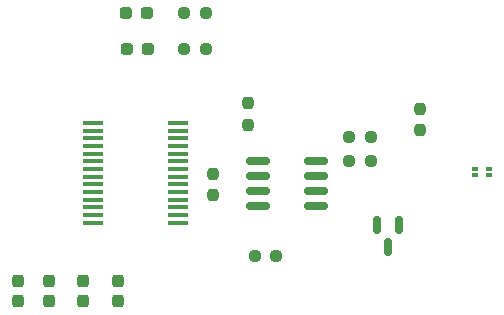
<source format=gbr>
%TF.GenerationSoftware,KiCad,Pcbnew,8.0.1*%
%TF.CreationDate,2024-05-16T00:38:26+09:00*%
%TF.ProjectId,USB-to-RS485-Converter-Small,5553422d-746f-42d5-9253-3438352d436f,1.0*%
%TF.SameCoordinates,Original*%
%TF.FileFunction,Paste,Top*%
%TF.FilePolarity,Positive*%
%FSLAX46Y46*%
G04 Gerber Fmt 4.6, Leading zero omitted, Abs format (unit mm)*
G04 Created by KiCad (PCBNEW 8.0.1) date 2024-05-16 00:38:26*
%MOMM*%
%LPD*%
G01*
G04 APERTURE LIST*
G04 Aperture macros list*
%AMRoundRect*
0 Rectangle with rounded corners*
0 $1 Rounding radius*
0 $2 $3 $4 $5 $6 $7 $8 $9 X,Y pos of 4 corners*
0 Add a 4 corners polygon primitive as box body*
4,1,4,$2,$3,$4,$5,$6,$7,$8,$9,$2,$3,0*
0 Add four circle primitives for the rounded corners*
1,1,$1+$1,$2,$3*
1,1,$1+$1,$4,$5*
1,1,$1+$1,$6,$7*
1,1,$1+$1,$8,$9*
0 Add four rect primitives between the rounded corners*
20,1,$1+$1,$2,$3,$4,$5,0*
20,1,$1+$1,$4,$5,$6,$7,0*
20,1,$1+$1,$6,$7,$8,$9,0*
20,1,$1+$1,$8,$9,$2,$3,0*%
G04 Aperture macros list end*
%ADD10RoundRect,0.150000X-0.825000X-0.150000X0.825000X-0.150000X0.825000X0.150000X-0.825000X0.150000X0*%
%ADD11R,0.500000X0.300000*%
%ADD12RoundRect,0.150000X-0.150000X0.587500X-0.150000X-0.587500X0.150000X-0.587500X0.150000X0.587500X0*%
%ADD13RoundRect,0.237500X-0.237500X0.300000X-0.237500X-0.300000X0.237500X-0.300000X0.237500X0.300000X0*%
%ADD14RoundRect,0.237500X0.237500X-0.250000X0.237500X0.250000X-0.237500X0.250000X-0.237500X-0.250000X0*%
%ADD15RoundRect,0.237500X-0.237500X0.250000X-0.237500X-0.250000X0.237500X-0.250000X0.237500X0.250000X0*%
%ADD16RoundRect,0.237500X0.250000X0.237500X-0.250000X0.237500X-0.250000X-0.237500X0.250000X-0.237500X0*%
%ADD17RoundRect,0.237500X-0.250000X-0.237500X0.250000X-0.237500X0.250000X0.237500X-0.250000X0.237500X0*%
%ADD18RoundRect,0.237500X-0.287500X-0.237500X0.287500X-0.237500X0.287500X0.237500X-0.287500X0.237500X0*%
%ADD19R,1.750000X0.450000*%
G04 APERTURE END LIST*
D10*
%TO.C,U2*%
X147525000Y-99095000D03*
X147525000Y-100365000D03*
X147525000Y-101635000D03*
X147525000Y-102905000D03*
X152475000Y-102905000D03*
X152475000Y-101635000D03*
X152475000Y-100365000D03*
X152475000Y-99095000D03*
%TD*%
D11*
%TO.C,FL1*%
X165888000Y-99725000D03*
X165888000Y-100275000D03*
X167112000Y-100275000D03*
X167112000Y-99725000D03*
%TD*%
D12*
%TO.C,D5*%
X159500000Y-104500000D03*
X157600000Y-104500000D03*
X158550000Y-106375000D03*
%TD*%
D13*
%TO.C,C3*%
X132687500Y-109225000D03*
X132687500Y-110950000D03*
%TD*%
D14*
%TO.C,R4*%
X146687500Y-96000000D03*
X146687500Y-94175000D03*
%TD*%
D15*
%TO.C,R5*%
X143687500Y-100175000D03*
X143687500Y-102000000D03*
%TD*%
D13*
%TO.C,C1*%
X127187500Y-109225000D03*
X127187500Y-110950000D03*
%TD*%
D16*
%TO.C,R2*%
X157100000Y-99087500D03*
X155275000Y-99087500D03*
%TD*%
D17*
%TO.C,R3*%
X147275000Y-107087500D03*
X149100000Y-107087500D03*
%TD*%
D16*
%TO.C,R7*%
X143100000Y-89587500D03*
X141275000Y-89587500D03*
%TD*%
D14*
%TO.C,R6*%
X161275000Y-96500000D03*
X161275000Y-94675000D03*
%TD*%
D18*
%TO.C,D4*%
X136437500Y-89587500D03*
X138187500Y-89587500D03*
%TD*%
D17*
%TO.C,R1*%
X155275000Y-97087500D03*
X157100000Y-97087500D03*
%TD*%
D13*
%TO.C,C4*%
X135687500Y-109225000D03*
X135687500Y-110950000D03*
%TD*%
%TO.C,C2*%
X129825000Y-109225000D03*
X129825000Y-110950000D03*
%TD*%
D18*
%TO.C,D3*%
X136367500Y-86587500D03*
X138117500Y-86587500D03*
%TD*%
D16*
%TO.C,R8*%
X143100000Y-86587500D03*
X141275000Y-86587500D03*
%TD*%
D19*
%TO.C,U1*%
X133587500Y-95862500D03*
X133587500Y-96512500D03*
X133587500Y-97162500D03*
X133587500Y-97812500D03*
X133587500Y-98462500D03*
X133587500Y-99112500D03*
X133587500Y-99762500D03*
X133587500Y-100412500D03*
X133587500Y-101062500D03*
X133587500Y-101712500D03*
X133587500Y-102362500D03*
X133587500Y-103012500D03*
X133587500Y-103662500D03*
X133587500Y-104312500D03*
X140787500Y-104312500D03*
X140787500Y-103662500D03*
X140787500Y-103012500D03*
X140787500Y-102362500D03*
X140787500Y-101712500D03*
X140787500Y-101062500D03*
X140787500Y-100412500D03*
X140787500Y-99762500D03*
X140787500Y-99112500D03*
X140787500Y-98462500D03*
X140787500Y-97812500D03*
X140787500Y-97162500D03*
X140787500Y-96512500D03*
X140787500Y-95862500D03*
%TD*%
M02*

</source>
